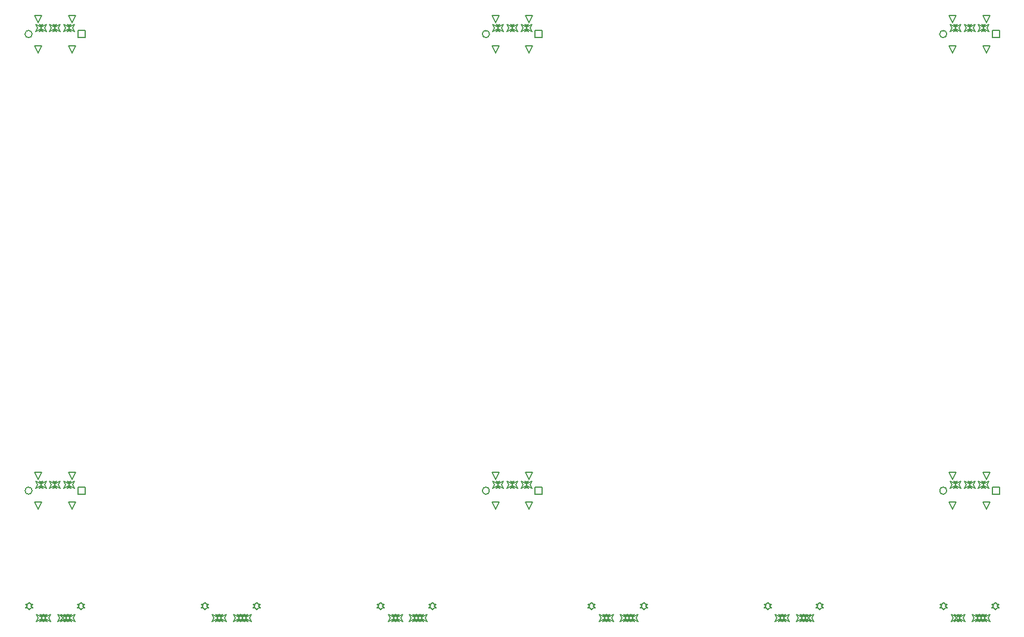
<source format=gbr>
%TF.GenerationSoftware,Altium Limited,Altium Designer,22.5.1 (42)*%
G04 Layer_Color=2752767*
%FSLAX26Y26*%
%MOIN*%
%TF.SameCoordinates,0DA79311-8CAD-460E-879A-7D23F4F2BAF0*%
%TF.FilePolarity,Positive*%
%TF.FileFunction,Drawing*%
%TF.Part,Single*%
G01*
G75*
%TA.AperFunction,NonConductor*%
%ADD42C,0.005000*%
%ADD43C,0.006667*%
D42*
X1702441Y4113858D02*
Y4153858D01*
X1742441D01*
Y4113858D01*
X1702441D01*
X1480315Y4198504D02*
X1460315Y4238504D01*
X1500315D01*
X1480315Y4198504D01*
X1669291D02*
X1649291Y4238504D01*
X1689291D01*
X1669291Y4198504D01*
Y4029213D02*
X1649291Y4069213D01*
X1689291D01*
X1669291Y4029213D01*
X1480315D02*
X1460315Y4069213D01*
X1500315D01*
X1480315Y4029213D01*
X4039370D02*
X4019370Y4069213D01*
X4059370D01*
X4039370Y4029213D01*
X4228346D02*
X4208346Y4069213D01*
X4248346D01*
X4228346Y4029213D01*
Y4198504D02*
X4208346Y4238504D01*
X4248346D01*
X4228346Y4198504D01*
X4039370D02*
X4019370Y4238504D01*
X4059370D01*
X4039370Y4198504D01*
X4261496Y4113858D02*
Y4153858D01*
X4301496D01*
Y4113858D01*
X4261496D01*
X1480315Y6588268D02*
X1460315Y6628268D01*
X1500315D01*
X1480315Y6588268D01*
X1669291D02*
X1649291Y6628268D01*
X1689291D01*
X1669291Y6588268D01*
Y6757559D02*
X1649291Y6797559D01*
X1689291D01*
X1669291Y6757559D01*
X1480315D02*
X1460315Y6797559D01*
X1500315D01*
X1480315Y6757559D01*
X1702441Y6672913D02*
Y6712913D01*
X1742441D01*
Y6672913D01*
X1702441D01*
X4039370Y6588268D02*
X4019370Y6628268D01*
X4059370D01*
X4039370Y6588268D01*
X4228346D02*
X4208346Y6628268D01*
X4248346D01*
X4228346Y6588268D01*
Y6757559D02*
X4208346Y6797559D01*
X4248346D01*
X4228346Y6757559D01*
X4039370D02*
X4019370Y6797559D01*
X4059370D01*
X4039370Y6757559D01*
X4261496Y6672913D02*
Y6712913D01*
X4301496D01*
Y6672913D01*
X4261496D01*
X6598425Y6588268D02*
X6578425Y6628268D01*
X6618425D01*
X6598425Y6588268D01*
X6787402D02*
X6767402Y6628268D01*
X6807402D01*
X6787402Y6588268D01*
Y6757559D02*
X6767402Y6797559D01*
X6807402D01*
X6787402Y6757559D01*
X6598425D02*
X6578425Y6797559D01*
X6618425D01*
X6598425Y6757559D01*
X6820551Y6672913D02*
Y6712913D01*
X6860551D01*
Y6672913D01*
X6820551D01*
X6598425Y4029213D02*
X6578425Y4069213D01*
X6618425D01*
X6598425Y4029213D01*
X6787402D02*
X6767402Y4069213D01*
X6807402D01*
X6787402Y4029213D01*
Y4198504D02*
X6767402Y4238504D01*
X6807402D01*
X6787402Y4198504D01*
X6598425D02*
X6578425Y4238504D01*
X6618425D01*
X6598425Y4198504D01*
X6820551Y4113858D02*
Y4153858D01*
X6860551D01*
Y4113858D01*
X6820551D01*
X1429134Y3468189D02*
X1439134Y3478189D01*
X1449134D01*
X1439134Y3488189D01*
X1449134Y3498189D01*
X1439134D01*
X1429134Y3508189D01*
X1419134Y3498189D01*
X1409134D01*
X1419134Y3488189D01*
X1409134Y3478189D01*
X1419134D01*
X1429134Y3468189D01*
X1720472D02*
X1730472Y3478189D01*
X1740472D01*
X1730472Y3488189D01*
X1740472Y3498189D01*
X1730472D01*
X1720472Y3508189D01*
X1710472Y3498189D01*
X1700472D01*
X1710472Y3488189D01*
X1700472Y3478189D01*
X1710472D01*
X1720472Y3468189D01*
X2413386D02*
X2423386Y3478189D01*
X2433386D01*
X2423386Y3488189D01*
X2433386Y3498189D01*
X2423386D01*
X2413386Y3508189D01*
X2403386Y3498189D01*
X2393386D01*
X2403386Y3488189D01*
X2393386Y3478189D01*
X2403386D01*
X2413386Y3468189D01*
X2704724D02*
X2714724Y3478189D01*
X2724724D01*
X2714724Y3488189D01*
X2724724Y3498189D01*
X2714724D01*
X2704724Y3508189D01*
X2694724Y3498189D01*
X2684724D01*
X2694724Y3488189D01*
X2684724Y3478189D01*
X2694724D01*
X2704724Y3468189D01*
X3397638D02*
X3407638Y3478189D01*
X3417638D01*
X3407638Y3488189D01*
X3417638Y3498189D01*
X3407638D01*
X3397638Y3508189D01*
X3387638Y3498189D01*
X3377638D01*
X3387638Y3488189D01*
X3377638Y3478189D01*
X3387638D01*
X3397638Y3468189D01*
X3688976D02*
X3698976Y3478189D01*
X3708976D01*
X3698976Y3488189D01*
X3708976Y3498189D01*
X3698976D01*
X3688976Y3508189D01*
X3678976Y3498189D01*
X3668976D01*
X3678976Y3488189D01*
X3668976Y3478189D01*
X3678976D01*
X3688976Y3468189D01*
X6547244D02*
X6557244Y3478189D01*
X6567244D01*
X6557244Y3488189D01*
X6567244Y3498189D01*
X6557244D01*
X6547244Y3508189D01*
X6537244Y3498189D01*
X6527244D01*
X6537244Y3488189D01*
X6527244Y3478189D01*
X6537244D01*
X6547244Y3468189D01*
X6838583D02*
X6848583Y3478189D01*
X6858583D01*
X6848583Y3488189D01*
X6858583Y3498189D01*
X6848583D01*
X6838583Y3508189D01*
X6828583Y3498189D01*
X6818583D01*
X6828583Y3488189D01*
X6818583Y3478189D01*
X6828583D01*
X6838583Y3468189D01*
X4578740D02*
X4588740Y3478189D01*
X4598740D01*
X4588740Y3488189D01*
X4598740Y3498189D01*
X4588740D01*
X4578740Y3508189D01*
X4568740Y3498189D01*
X4558740D01*
X4568740Y3488189D01*
X4558740Y3478189D01*
X4568740D01*
X4578740Y3468189D01*
X4870079D02*
X4880079Y3478189D01*
X4890079D01*
X4880079Y3488189D01*
X4890079Y3498189D01*
X4880079D01*
X4870079Y3508189D01*
X4860079Y3498189D01*
X4850079D01*
X4860079Y3488189D01*
X4850079Y3478189D01*
X4860079D01*
X4870079Y3468189D01*
X5562992D02*
X5572992Y3478189D01*
X5582992D01*
X5572992Y3488189D01*
X5582992Y3498189D01*
X5572992D01*
X5562992Y3508189D01*
X5552992Y3498189D01*
X5542992D01*
X5552992Y3488189D01*
X5542992Y3478189D01*
X5552992D01*
X5562992Y3468189D01*
X5854331D02*
X5864331Y3478189D01*
X5874331D01*
X5864331Y3488189D01*
X5874331Y3498189D01*
X5864331D01*
X5854331Y3508189D01*
X5844331Y3498189D01*
X5834331D01*
X5844331Y3488189D01*
X5834331Y3478189D01*
X5844331D01*
X5854331Y3468189D01*
X6727047Y3401260D02*
X6737047Y3421260D01*
X6727047Y3441260D01*
X6747047Y3431260D01*
X6767047Y3441260D01*
X6757047Y3421260D01*
X6767047Y3401260D01*
X6747047Y3411260D01*
X6727047Y3401260D01*
X6628622D02*
X6638622Y3421260D01*
X6628622Y3441260D01*
X6648622Y3431260D01*
X6668622Y3441260D01*
X6658622Y3421260D01*
X6668622Y3401260D01*
X6648622Y3411260D01*
X6628622Y3401260D01*
X4758543D02*
X4768543Y3421260D01*
X4758543Y3441260D01*
X4778543Y3431260D01*
X4798543Y3441260D01*
X4788543Y3421260D01*
X4798543Y3401260D01*
X4778543Y3411260D01*
X4758543Y3401260D01*
X4660118D02*
X4670118Y3421260D01*
X4660118Y3441260D01*
X4680118Y3431260D01*
X4700118Y3441260D01*
X4690118Y3421260D01*
X4700118Y3401260D01*
X4680118Y3411260D01*
X4660118Y3401260D01*
X3577441D02*
X3587441Y3421260D01*
X3577441Y3441260D01*
X3597441Y3431260D01*
X3617441Y3441260D01*
X3607441Y3421260D01*
X3617441Y3401260D01*
X3597441Y3411260D01*
X3577441Y3401260D01*
X3479016D02*
X3489016Y3421260D01*
X3479016Y3441260D01*
X3499016Y3431260D01*
X3519016Y3441260D01*
X3509016Y3421260D01*
X3519016Y3401260D01*
X3499016Y3411260D01*
X3479016Y3401260D01*
X1608937D02*
X1618937Y3421260D01*
X1608937Y3441260D01*
X1628937Y3431260D01*
X1648937Y3441260D01*
X1638937Y3421260D01*
X1648937Y3401260D01*
X1628937Y3411260D01*
X1608937Y3401260D01*
X1510512D02*
X1520512Y3421260D01*
X1510512Y3441260D01*
X1530512Y3431260D01*
X1550512Y3441260D01*
X1540512Y3421260D01*
X1550512Y3401260D01*
X1530512Y3411260D01*
X1510512Y3401260D01*
X5742795D02*
X5752795Y3421260D01*
X5742795Y3441260D01*
X5762795Y3431260D01*
X5782795Y3441260D01*
X5772795Y3421260D01*
X5782795Y3401260D01*
X5762795Y3411260D01*
X5742795Y3401260D01*
X5644370D02*
X5654370Y3421260D01*
X5644370Y3441260D01*
X5664370Y3431260D01*
X5684370Y3441260D01*
X5674370Y3421260D01*
X5684370Y3401260D01*
X5664370Y3411260D01*
X5644370Y3401260D01*
X2494764D02*
X2504764Y3421260D01*
X2494764Y3441260D01*
X2514764Y3431260D01*
X2534764Y3441260D01*
X2524764Y3421260D01*
X2534764Y3401260D01*
X2514764Y3411260D01*
X2494764Y3401260D01*
X2593189D02*
X2603189Y3421260D01*
X2593189Y3441260D01*
X2613189Y3431260D01*
X2633189Y3441260D01*
X2623189Y3421260D01*
X2633189Y3401260D01*
X2613189Y3411260D01*
X2593189Y3401260D01*
X5723110D02*
X5733110Y3421260D01*
X5723110Y3441260D01*
X5743110Y3431260D01*
X5763110Y3441260D01*
X5753110Y3421260D01*
X5763110Y3401260D01*
X5743110Y3411260D01*
X5723110Y3401260D01*
X4738858D02*
X4748858Y3421260D01*
X4738858Y3441260D01*
X4758858Y3431260D01*
X4778858Y3441260D01*
X4768858Y3421260D01*
X4778858Y3401260D01*
X4758858Y3411260D01*
X4738858Y3401260D01*
X3557756D02*
X3567756Y3421260D01*
X3557756Y3441260D01*
X3577756Y3431260D01*
X3597756Y3441260D01*
X3587756Y3421260D01*
X3597756Y3401260D01*
X3577756Y3411260D01*
X3557756Y3401260D01*
X2573504D02*
X2583504Y3421260D01*
X2573504Y3441260D01*
X2593504Y3431260D01*
X2613504Y3441260D01*
X2603504Y3421260D01*
X2613504Y3401260D01*
X2593504Y3411260D01*
X2573504Y3401260D01*
X5782165D02*
X5792165Y3421260D01*
X5782165Y3441260D01*
X5802165Y3431260D01*
X5822165Y3441260D01*
X5812165Y3421260D01*
X5822165Y3401260D01*
X5802165Y3411260D01*
X5782165Y3401260D01*
X5762480D02*
X5772480Y3421260D01*
X5762480Y3441260D01*
X5782480Y3431260D01*
X5802480Y3441260D01*
X5792480Y3421260D01*
X5802480Y3401260D01*
X5782480Y3411260D01*
X5762480Y3401260D01*
X5624685D02*
X5634685Y3421260D01*
X5624685Y3441260D01*
X5644685Y3431260D01*
X5664685Y3441260D01*
X5654685Y3421260D01*
X5664685Y3401260D01*
X5644685Y3411260D01*
X5624685Y3401260D01*
X5605000D02*
X5615000Y3421260D01*
X5605000Y3441260D01*
X5625000Y3431260D01*
X5645000Y3441260D01*
X5635000Y3421260D01*
X5645000Y3401260D01*
X5625000Y3411260D01*
X5605000Y3401260D01*
X4797913D02*
X4807913Y3421260D01*
X4797913Y3441260D01*
X4817913Y3431260D01*
X4837913Y3441260D01*
X4827913Y3421260D01*
X4837913Y3401260D01*
X4817913Y3411260D01*
X4797913Y3401260D01*
X4778228D02*
X4788228Y3421260D01*
X4778228Y3441260D01*
X4798228Y3431260D01*
X4818228Y3441260D01*
X4808228Y3421260D01*
X4818228Y3401260D01*
X4798228Y3411260D01*
X4778228Y3401260D01*
X4640433D02*
X4650433Y3421260D01*
X4640433Y3441260D01*
X4660433Y3431260D01*
X4680433Y3441260D01*
X4670433Y3421260D01*
X4680433Y3401260D01*
X4660433Y3411260D01*
X4640433Y3401260D01*
X4620748D02*
X4630748Y3421260D01*
X4620748Y3441260D01*
X4640748Y3431260D01*
X4660748Y3441260D01*
X4650748Y3421260D01*
X4660748Y3401260D01*
X4640748Y3411260D01*
X4620748Y3401260D01*
X3616811D02*
X3626811Y3421260D01*
X3616811Y3441260D01*
X3636811Y3431260D01*
X3656811Y3441260D01*
X3646811Y3421260D01*
X3656811Y3401260D01*
X3636811Y3411260D01*
X3616811Y3401260D01*
X3597126D02*
X3607126Y3421260D01*
X3597126Y3441260D01*
X3617126Y3431260D01*
X3637126Y3441260D01*
X3627126Y3421260D01*
X3637126Y3401260D01*
X3617126Y3411260D01*
X3597126Y3401260D01*
X3459331D02*
X3469331Y3421260D01*
X3459331Y3441260D01*
X3479331Y3431260D01*
X3499331Y3441260D01*
X3489331Y3421260D01*
X3499331Y3401260D01*
X3479331Y3411260D01*
X3459331Y3401260D01*
X3439646D02*
X3449646Y3421260D01*
X3439646Y3441260D01*
X3459646Y3431260D01*
X3479646Y3441260D01*
X3469646Y3421260D01*
X3479646Y3401260D01*
X3459646Y3411260D01*
X3439646Y3401260D01*
X2632559D02*
X2642559Y3421260D01*
X2632559Y3441260D01*
X2652559Y3431260D01*
X2672559Y3441260D01*
X2662559Y3421260D01*
X2672559Y3401260D01*
X2652559Y3411260D01*
X2632559Y3401260D01*
X2612874D02*
X2622874Y3421260D01*
X2612874Y3441260D01*
X2632874Y3431260D01*
X2652874Y3441260D01*
X2642874Y3421260D01*
X2652874Y3401260D01*
X2632874Y3411260D01*
X2612874Y3401260D01*
X2475079D02*
X2485079Y3421260D01*
X2475079Y3441260D01*
X2495079Y3431260D01*
X2515079Y3441260D01*
X2505079Y3421260D01*
X2515079Y3401260D01*
X2495079Y3411260D01*
X2475079Y3401260D01*
X2455394D02*
X2465394Y3421260D01*
X2455394Y3441260D01*
X2475394Y3431260D01*
X2495394Y3441260D01*
X2485394Y3421260D01*
X2495394Y3401260D01*
X2475394Y3411260D01*
X2455394Y3401260D01*
X4202441Y6705591D02*
X4212441Y6725591D01*
X4202441Y6745591D01*
X4222441Y6735591D01*
X4242441Y6745591D01*
X4232441Y6725591D01*
X4242441Y6705591D01*
X4222441Y6715591D01*
X4202441Y6705591D01*
X4182756D02*
X4192756Y6725591D01*
X4182756Y6745591D01*
X4202756Y6735591D01*
X4222756Y6745591D01*
X4212756Y6725591D01*
X4222756Y6705591D01*
X4202756Y6715591D01*
X4182756Y6705591D01*
X4123701D02*
X4133701Y6725591D01*
X4123701Y6745591D01*
X4143701Y6735591D01*
X4163701Y6745591D01*
X4153701Y6725591D01*
X4163701Y6705591D01*
X4143701Y6715591D01*
X4123701Y6705591D01*
X4104016D02*
X4114016Y6725591D01*
X4104016Y6745591D01*
X4124016Y6735591D01*
X4144016Y6745591D01*
X4134016Y6725591D01*
X4144016Y6705591D01*
X4124016Y6715591D01*
X4104016Y6705591D01*
X4044961D02*
X4054961Y6725591D01*
X4044961Y6745591D01*
X4064961Y6735591D01*
X4084961Y6745591D01*
X4074961Y6725591D01*
X4084961Y6705591D01*
X4064961Y6715591D01*
X4044961Y6705591D01*
X4025276D02*
X4035276Y6725591D01*
X4025276Y6745591D01*
X4045276Y6735591D01*
X4065276Y6745591D01*
X4055276Y6725591D01*
X4065276Y6705591D01*
X4045276Y6715591D01*
X4025276Y6705591D01*
Y4146535D02*
X4035276Y4166535D01*
X4025276Y4186535D01*
X4045276Y4176535D01*
X4065276Y4186535D01*
X4055276Y4166535D01*
X4065276Y4146535D01*
X4045276Y4156535D01*
X4025276Y4146535D01*
X4044961D02*
X4054961Y4166535D01*
X4044961Y4186535D01*
X4064961Y4176535D01*
X4084961Y4186535D01*
X4074961Y4166535D01*
X4084961Y4146535D01*
X4064961Y4156535D01*
X4044961Y4146535D01*
X4182756D02*
X4192756Y4166535D01*
X4182756Y4186535D01*
X4202756Y4176535D01*
X4222756Y4186535D01*
X4212756Y4166535D01*
X4222756Y4146535D01*
X4202756Y4156535D01*
X4182756Y4146535D01*
X4202441D02*
X4212441Y4166535D01*
X4202441Y4186535D01*
X4222441Y4176535D01*
X4242441Y4186535D01*
X4232441Y4166535D01*
X4242441Y4146535D01*
X4222441Y4156535D01*
X4202441Y4146535D01*
X4104016D02*
X4114016Y4166535D01*
X4104016Y4186535D01*
X4124016Y4176535D01*
X4144016Y4186535D01*
X4134016Y4166535D01*
X4144016Y4146535D01*
X4124016Y4156535D01*
X4104016Y4146535D01*
X4123701D02*
X4133701Y4166535D01*
X4123701Y4186535D01*
X4143701Y4176535D01*
X4163701Y4186535D01*
X4153701Y4166535D01*
X4163701Y4146535D01*
X4143701Y4156535D01*
X4123701Y4146535D01*
X6584331D02*
X6594331Y4166535D01*
X6584331Y4186535D01*
X6604331Y4176535D01*
X6624331Y4186535D01*
X6614331Y4166535D01*
X6624331Y4146535D01*
X6604331Y4156535D01*
X6584331Y4146535D01*
X6604016D02*
X6614016Y4166535D01*
X6604016Y4186535D01*
X6624016Y4176535D01*
X6644016Y4186535D01*
X6634016Y4166535D01*
X6644016Y4146535D01*
X6624016Y4156535D01*
X6604016Y4146535D01*
X6741811D02*
X6751811Y4166535D01*
X6741811Y4186535D01*
X6761811Y4176535D01*
X6781811Y4186535D01*
X6771811Y4166535D01*
X6781811Y4146535D01*
X6761811Y4156535D01*
X6741811Y4146535D01*
X6761496D02*
X6771496Y4166535D01*
X6761496Y4186535D01*
X6781496Y4176535D01*
X6801496Y4186535D01*
X6791496Y4166535D01*
X6801496Y4146535D01*
X6781496Y4156535D01*
X6761496Y4146535D01*
X6663071D02*
X6673071Y4166535D01*
X6663071Y4186535D01*
X6683071Y4176535D01*
X6703071Y4186535D01*
X6693071Y4166535D01*
X6703071Y4146535D01*
X6683071Y4156535D01*
X6663071Y4146535D01*
X6682756D02*
X6692756Y4166535D01*
X6682756Y4186535D01*
X6702756Y4176535D01*
X6722756Y4186535D01*
X6712756Y4166535D01*
X6722756Y4146535D01*
X6702756Y4156535D01*
X6682756Y4146535D01*
X6584331Y6705591D02*
X6594331Y6725591D01*
X6584331Y6745591D01*
X6604331Y6735591D01*
X6624331Y6745591D01*
X6614331Y6725591D01*
X6624331Y6705591D01*
X6604331Y6715591D01*
X6584331Y6705591D01*
X6604016D02*
X6614016Y6725591D01*
X6604016Y6745591D01*
X6624016Y6735591D01*
X6644016Y6745591D01*
X6634016Y6725591D01*
X6644016Y6705591D01*
X6624016Y6715591D01*
X6604016Y6705591D01*
X6741811D02*
X6751811Y6725591D01*
X6741811Y6745591D01*
X6761811Y6735591D01*
X6781811Y6745591D01*
X6771811Y6725591D01*
X6781811Y6705591D01*
X6761811Y6715591D01*
X6741811Y6705591D01*
X6761496D02*
X6771496Y6725591D01*
X6761496Y6745591D01*
X6781496Y6735591D01*
X6801496Y6745591D01*
X6791496Y6725591D01*
X6801496Y6705591D01*
X6781496Y6715591D01*
X6761496Y6705591D01*
X6663071D02*
X6673071Y6725591D01*
X6663071Y6745591D01*
X6683071Y6735591D01*
X6703071Y6745591D01*
X6693071Y6725591D01*
X6703071Y6705591D01*
X6683071Y6715591D01*
X6663071Y6705591D01*
X6682756D02*
X6692756Y6725591D01*
X6682756Y6745591D01*
X6702756Y6735591D01*
X6722756Y6745591D01*
X6712756Y6725591D01*
X6722756Y6705591D01*
X6702756Y6715591D01*
X6682756Y6705591D01*
X1564646D02*
X1574646Y6725591D01*
X1564646Y6745591D01*
X1584646Y6735591D01*
X1604646Y6745591D01*
X1594646Y6725591D01*
X1604646Y6705591D01*
X1584646Y6715591D01*
X1564646Y6705591D01*
X1544961D02*
X1554961Y6725591D01*
X1544961Y6745591D01*
X1564961Y6735591D01*
X1584961Y6745591D01*
X1574961Y6725591D01*
X1584961Y6705591D01*
X1564961Y6715591D01*
X1544961Y6705591D01*
X1643386D02*
X1653386Y6725591D01*
X1643386Y6745591D01*
X1663386Y6735591D01*
X1683386Y6745591D01*
X1673386Y6725591D01*
X1683386Y6705591D01*
X1663386Y6715591D01*
X1643386Y6705591D01*
X1623701D02*
X1633701Y6725591D01*
X1623701Y6745591D01*
X1643701Y6735591D01*
X1663701Y6745591D01*
X1653701Y6725591D01*
X1663701Y6705591D01*
X1643701Y6715591D01*
X1623701Y6705591D01*
X1485906D02*
X1495906Y6725591D01*
X1485906Y6745591D01*
X1505906Y6735591D01*
X1525906Y6745591D01*
X1515906Y6725591D01*
X1525906Y6705591D01*
X1505906Y6715591D01*
X1485906Y6705591D01*
X1466220D02*
X1476220Y6725591D01*
X1466220Y6745591D01*
X1486220Y6735591D01*
X1506220Y6745591D01*
X1496220Y6725591D01*
X1506220Y6705591D01*
X1486220Y6715591D01*
X1466220Y6705591D01*
X1589252Y3401260D02*
X1599252Y3421260D01*
X1589252Y3441260D01*
X1609252Y3431260D01*
X1629252Y3441260D01*
X1619252Y3421260D01*
X1629252Y3401260D01*
X1609252Y3411260D01*
X1589252Y3401260D01*
X6707362D02*
X6717362Y3421260D01*
X6707362Y3441260D01*
X6727362Y3431260D01*
X6747362Y3441260D01*
X6737362Y3421260D01*
X6747362Y3401260D01*
X6727362Y3411260D01*
X6707362Y3401260D01*
X6766417D02*
X6776417Y3421260D01*
X6766417Y3441260D01*
X6786417Y3431260D01*
X6806417Y3441260D01*
X6796417Y3421260D01*
X6806417Y3401260D01*
X6786417Y3411260D01*
X6766417Y3401260D01*
X6746732D02*
X6756732Y3421260D01*
X6746732Y3441260D01*
X6766732Y3431260D01*
X6786732Y3441260D01*
X6776732Y3421260D01*
X6786732Y3401260D01*
X6766732Y3411260D01*
X6746732Y3401260D01*
X6608937D02*
X6618937Y3421260D01*
X6608937Y3441260D01*
X6628937Y3431260D01*
X6648937Y3441260D01*
X6638937Y3421260D01*
X6648937Y3401260D01*
X6628937Y3411260D01*
X6608937Y3401260D01*
X6589252D02*
X6599252Y3421260D01*
X6589252Y3441260D01*
X6609252Y3431260D01*
X6629252Y3441260D01*
X6619252Y3421260D01*
X6629252Y3401260D01*
X6609252Y3411260D01*
X6589252Y3401260D01*
X1471142D02*
X1481142Y3421260D01*
X1471142Y3441260D01*
X1491142Y3431260D01*
X1511142Y3441260D01*
X1501142Y3421260D01*
X1511142Y3401260D01*
X1491142Y3411260D01*
X1471142Y3401260D01*
X1490827D02*
X1500827Y3421260D01*
X1490827Y3441260D01*
X1510827Y3431260D01*
X1530827Y3441260D01*
X1520827Y3421260D01*
X1530827Y3401260D01*
X1510827Y3411260D01*
X1490827Y3401260D01*
X1628622D02*
X1638622Y3421260D01*
X1628622Y3441260D01*
X1648622Y3431260D01*
X1668622Y3441260D01*
X1658622Y3421260D01*
X1668622Y3401260D01*
X1648622Y3411260D01*
X1628622Y3401260D01*
X1648307D02*
X1658307Y3421260D01*
X1648307Y3441260D01*
X1668307Y3431260D01*
X1688307Y3441260D01*
X1678307Y3421260D01*
X1688307Y3401260D01*
X1668307Y3411260D01*
X1648307Y3401260D01*
X1544961Y4146535D02*
X1554961Y4166535D01*
X1544961Y4186535D01*
X1564961Y4176535D01*
X1584961Y4186535D01*
X1574961Y4166535D01*
X1584961Y4146535D01*
X1564961Y4156535D01*
X1544961Y4146535D01*
X1564646D02*
X1574646Y4166535D01*
X1564646Y4186535D01*
X1584646Y4176535D01*
X1604646Y4186535D01*
X1594646Y4166535D01*
X1604646Y4146535D01*
X1584646Y4156535D01*
X1564646Y4146535D01*
X1623701D02*
X1633701Y4166535D01*
X1623701Y4186535D01*
X1643701Y4176535D01*
X1663701Y4186535D01*
X1653701Y4166535D01*
X1663701Y4146535D01*
X1643701Y4156535D01*
X1623701Y4146535D01*
X1643386D02*
X1653386Y4166535D01*
X1643386Y4186535D01*
X1663386Y4176535D01*
X1683386Y4186535D01*
X1673386Y4166535D01*
X1683386Y4146535D01*
X1663386Y4156535D01*
X1643386Y4146535D01*
X1466220D02*
X1476220Y4166535D01*
X1466220Y4186535D01*
X1486220Y4176535D01*
X1506220Y4186535D01*
X1496220Y4166535D01*
X1506220Y4146535D01*
X1486220Y4156535D01*
X1466220Y4146535D01*
X1485906D02*
X1495906Y4166535D01*
X1485906Y4186535D01*
X1505906Y4176535D01*
X1525906Y4186535D01*
X1515906Y4166535D01*
X1525906Y4146535D01*
X1505906Y4156535D01*
X1485906Y4146535D01*
D43*
X1447165Y4133858D02*
G03*
X1447165Y4133858I-20000J0D01*
G01*
X4006220D02*
G03*
X4006220Y4133858I-20000J0D01*
G01*
X1447165Y6692913D02*
G03*
X1447165Y6692913I-20000J0D01*
G01*
X4006220D02*
G03*
X4006220Y6692913I-20000J0D01*
G01*
X6565276D02*
G03*
X6565276Y6692913I-20000J0D01*
G01*
Y4133858D02*
G03*
X6565276Y4133858I-20000J0D01*
G01*
%TF.MD5,bbd7a65356e4a6eed020b73272d3e393*%
M02*

</source>
